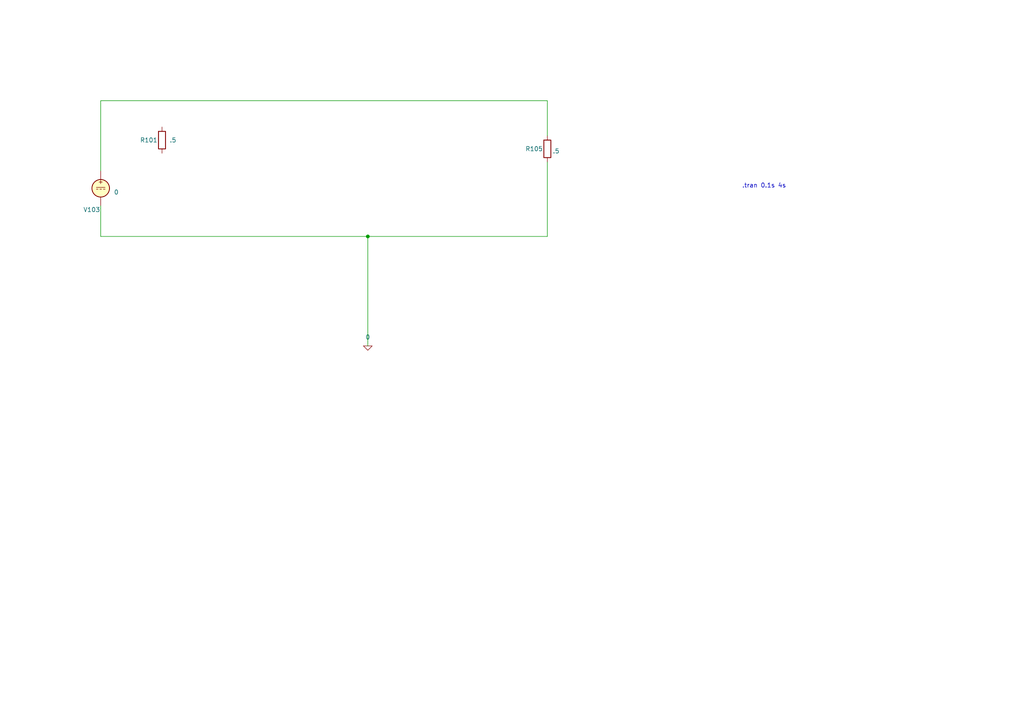
<source format=kicad_sch>
(kicad_sch (version 20250114) (generator "eeschema") (generator_version "9.0")
  (paper "A4")
  (lib_symbols
    (symbol "Device:R" (pin_numbers (hide yes)) (pin_names (offset 0))
      (property "Reference" "R" (at 2.032 0 90))
      (property "Value" "R" (at 0 0 90))
      (symbol "R_0_1"
        (rectangle (start -1.016 -2.54) (end 1.016 2.54) (stroke (width 0.254)))
      )
      (symbol "R_1_1"
        (pin passive line (at 0 3.81 270) (length 1.27) (name "~") (number "1"))
        (pin passive line (at 0 -3.81 90) (length 1.27) (name "~") (number "2"))
      )
    )
    (symbol "Simulation_SPICE:0" (power) (pin_names (offset 0))
      (property "Value" "0" (at 0 -1.778 0))
      (symbol "0_0_1"
        (polyline (pts (xy -1.27 0) (xy 0 -1.27) (xy 1.27 0) (xy -1.27 0)))
      )
      (symbol "0_1_1"
        (pin power_in line (at 0 0 0) (length 0) (hide yes) (name "0") (number "1"))
      )
    )
    (symbol "Simulation_SPICE:VDC" (pin_numbers (hide yes)) (pin_names (offset 0.0254))
      (property "Reference" "V" (at 2.54 2.54 0))
      (property "Value" "1" (at 2.54 0 0))
      (symbol "VDC_0_0"
        (polyline (pts (xy -1.27 0.254) (xy 1.27 0.254)))
        (polyline (pts (xy -0.762 -0.254) (xy -1.27 -0.254)))
        (polyline (pts (xy 0.254 -0.254) (xy -0.254 -0.254)))
        (polyline (pts (xy 1.27 -0.254) (xy 0.762 -0.254)))
        (text "+" (at 0 1.905 0) (effects (font (size 1.27 1.27))))
      )
      (symbol "VDC_0_1"
        (circle (center 0 0) (radius 2.54) (stroke (width 0.254)) (fill (type background)))
      )
      (symbol "VDC_1_1"
        (pin passive line (at 0 5.08 270) (length 2.54) (name "~") (number "1"))
        (pin passive line (at 0 -5.08 90) (length 2.54) (name "~") (number "2"))
      )
    )
  )
  (text ".tran 0.1s 4s" (at 221.615 53.975 0) (effects (font (size 1.27 1.27))))
  (junction (at 106.68 68.58))
  (wire (pts (xy 106.68 68.58) (xy 158.75 68.58)))
  (wire (pts (xy 29.21 29.21) (xy 29.21 49.53)))
  (wire (pts (xy 29.21 59.69) (xy 29.21 68.58)))
  (wire (pts (xy 29.21 68.58) (xy 106.68 68.58)))
  (wire (pts (xy 106.68 68.58) (xy 106.68 100.33)))
  (wire (pts (xy 29.21 29.21) (xy 158.75 29.21)))
  (wire (pts (xy 158.75 29.21) (xy 158.75 39.37)))
  (wire (pts (xy 158.75 46.99) (xy 158.75 68.58)))
  (symbol (lib_id "Device:R") (at 46.99 40.64 180) (unit 1)
    (property "Reference" "R101" (at 45.72 40.64 0) (effects (justify left)))
    (property "Value" ".5" (at 50.165 40.64 0))
    (property "Footprint" "A_Device:R_0603" (effects (hide yes)))
    (property "LCSC" "C22935" (effects (hide yes)))
  )
  (symbol (lib_id "Simulation_SPICE:VDC") (at 29.21 54.61 0) (unit 1)
    (property "Reference" "V103" (at 24.13 60.8301 0) (effects (justify left)))
    (property "Value" "0" (at 33.02 55.7501 0) (effects (justify left)))
    (property "Datasheet" "https://ngspice.sourceforge.io/docs/ngspice-html-manual/manual.xhtml#sec_Independent_Sources_for" (effects (hide yes)))
    (property "Description" "Voltage source, DC" (effects (hide yes)))
    (property "Sim.Pins" "1=+ 2=-" (effects (hide yes)))
    (property "Sim.Type" "DC" (effects (hide yes)))
    (property "Sim.Device" "V" (effects (hide yes)))
  )
  (symbol (lib_id "Simulation_SPICE:0") (at 106.68 100.33 0) (unit 1)
    (property "Reference" "#GND0101" (effects (hide yes)))
    (property "Value" "0" (at 106.68 97.79 0))
  )
  (symbol (lib_id "Device:R") (at 158.75 43.18 180) (unit 1)
    (property "Reference" "R105" (at 157.48 43.18 0) (effects (justify left)))
    (property "Value" ".5" (at 161.29 43.815 0))
    (property "Footprint" "A_Device:R_0603" (effects (hide yes)))
    (property "LCSC" "C22935" (effects (hide yes)))
  )
)
</source>
